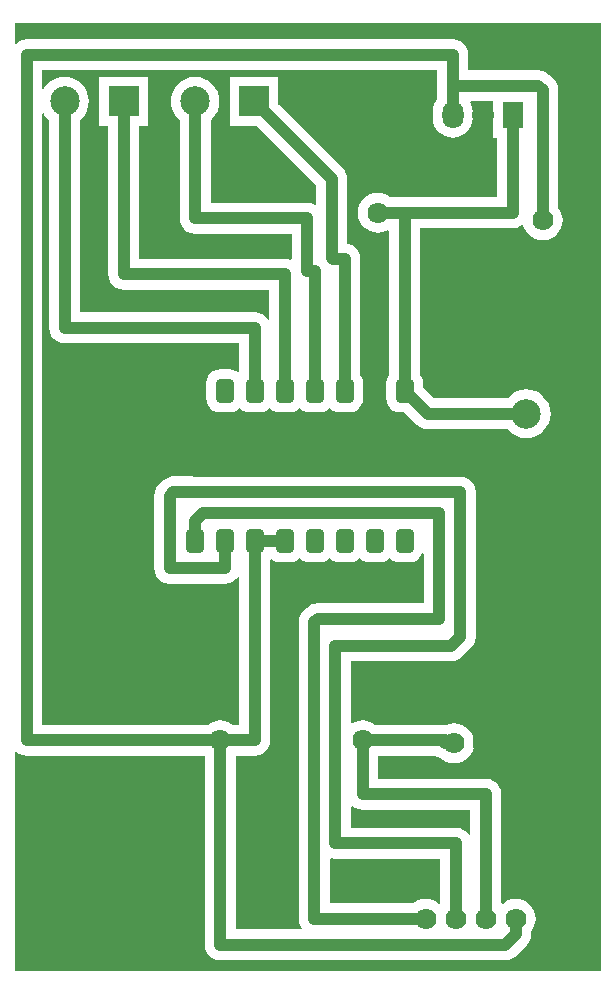
<source format=gtl>
G04 Layer_Physical_Order=1*
G04 Layer_Color=25308*
%FSLAX42Y42*%
%MOMM*%
G71*
G01*
G75*
%ADD10C,1.00*%
%ADD11O,1.78X2.29*%
%ADD12R,1.78X2.29*%
%ADD13C,1.78*%
G04:AMPARAMS|DCode=14|XSize=1.78mm|YSize=1.78mm|CornerRadius=0.44mm|HoleSize=0mm|Usage=FLASHONLY|Rotation=180.000|XOffset=0mm|YOffset=0mm|HoleType=Round|Shape=RoundedRectangle|*
%AMROUNDEDRECTD14*
21,1,1.78,0.89,0,0,180.0*
21,1,0.89,1.78,0,0,180.0*
1,1,0.89,-0.44,0.44*
1,1,0.89,0.44,0.44*
1,1,0.89,0.44,-0.44*
1,1,0.89,-0.44,-0.44*
%
%ADD14ROUNDEDRECTD14*%
%ADD15C,2.50*%
%ADD16R,2.50X2.50*%
%ADD17R,2.50X2.50*%
%ADD18R,1.52X2.03*%
G04:AMPARAMS|DCode=19|XSize=1.52mm|YSize=2.03mm|CornerRadius=0.38mm|HoleSize=0mm|Usage=FLASHONLY|Rotation=0.000|XOffset=0mm|YOffset=0mm|HoleType=Round|Shape=RoundedRectangle|*
%AMROUNDEDRECTD19*
21,1,1.52,1.27,0,0,0.0*
21,1,0.76,2.03,0,0,0.0*
1,1,0.76,0.38,-0.64*
1,1,0.76,-0.38,-0.64*
1,1,0.76,-0.38,0.64*
1,1,0.76,0.38,0.64*
%
%ADD19ROUNDEDRECTD19*%
G36*
X2668Y953D02*
Y576D01*
X3373D01*
X3386Y586D01*
X3415Y601D01*
X3447Y611D01*
X3480Y614D01*
X3513Y611D01*
X3545Y601D01*
X3574Y586D01*
X3590Y573D01*
X3603Y579D01*
Y954D01*
X2716D01*
X2682Y958D01*
X2678Y960D01*
X2668Y953D01*
D02*
G37*
G36*
X3443Y3522D02*
X3424Y3497D01*
X3400Y3478D01*
X3371Y3466D01*
X3340Y3462D01*
X3264D01*
X3233Y3466D01*
X3204Y3478D01*
X3180Y3497D01*
X3170D01*
X3146Y3478D01*
X3117Y3466D01*
X3086Y3462D01*
X3010D01*
X2979Y3466D01*
X2950Y3478D01*
X2926Y3497D01*
X2916D01*
X2892Y3478D01*
X2863Y3466D01*
X2832Y3462D01*
X2756D01*
X2725Y3466D01*
X2696Y3478D01*
X2672Y3497D01*
X2662D01*
X2638Y3478D01*
X2609Y3466D01*
X2578Y3462D01*
X2502D01*
X2471Y3466D01*
X2442Y3478D01*
X2418Y3497D01*
X2408D01*
X2384Y3478D01*
X2355Y3466D01*
X2324Y3462D01*
X2248D01*
X2217Y3466D01*
X2188Y3478D01*
X2176Y3488D01*
X2163Y3482D01*
Y1956D01*
X2159Y1922D01*
X2146Y1890D01*
X2125Y1863D01*
X2098Y1842D01*
X2066Y1829D01*
X2032Y1825D01*
X1871D01*
Y355D01*
X2427D01*
X2433Y366D01*
X2423Y379D01*
X2410Y411D01*
X2405Y445D01*
Y2955D01*
X2410Y2989D01*
X2423Y3021D01*
X2444Y3048D01*
X2444Y3048D01*
X2473Y3077D01*
X2500Y3098D01*
X2518Y3106D01*
X2531Y3111D01*
X2565Y3116D01*
X2565Y3116D01*
X3463D01*
Y3536D01*
X3450Y3539D01*
X3443Y3522D01*
D02*
G37*
G36*
X0Y8026D02*
Y7861D01*
X13Y7855D01*
X36Y7873D01*
X68Y7886D01*
X102Y7891D01*
X3708D01*
X3742Y7886D01*
X3774Y7873D01*
X3801Y7852D01*
X3822Y7825D01*
X3835Y7794D01*
X3840Y7760D01*
Y7629D01*
X4435D01*
X4435Y7629D01*
X4469Y7625D01*
X4500Y7612D01*
X4528Y7591D01*
X4563Y7555D01*
X4584Y7528D01*
X4592Y7510D01*
X4597Y7496D01*
X4602Y7463D01*
X4602Y7463D01*
Y6465D01*
X4612Y6453D01*
X4627Y6424D01*
X4637Y6392D01*
X4640Y6359D01*
X4637Y6326D01*
X4627Y6294D01*
X4612Y6264D01*
X4590Y6239D01*
X4565Y6218D01*
X4535Y6202D01*
X4504Y6192D01*
X4470Y6189D01*
X4437Y6192D01*
X4405Y6202D01*
X4376Y6218D01*
X4350Y6239D01*
X4329Y6264D01*
X4314Y6294D01*
X4307Y6315D01*
X4295Y6319D01*
X4282Y6309D01*
X4250Y6296D01*
X4216Y6291D01*
X3433D01*
Y5051D01*
X3443Y5038D01*
X3455Y5009D01*
X3459Y4978D01*
Y4943D01*
X3551Y4852D01*
X4173D01*
X4185Y4866D01*
X4216Y4892D01*
X4252Y4911D01*
X4291Y4922D01*
X4331Y4926D01*
X4371Y4922D01*
X4410Y4911D01*
X4445Y4892D01*
X4476Y4866D01*
X4502Y4835D01*
X4521Y4799D01*
X4533Y4761D01*
X4537Y4720D01*
X4533Y4680D01*
X4521Y4642D01*
X4502Y4606D01*
X4476Y4575D01*
X4445Y4549D01*
X4410Y4530D01*
X4371Y4518D01*
X4331Y4514D01*
X4291Y4518D01*
X4252Y4530D01*
X4216Y4549D01*
X4185Y4575D01*
X4173Y4589D01*
X3496D01*
X3496Y4589D01*
X3463Y4594D01*
X3449Y4599D01*
X3431Y4607D01*
X3404Y4628D01*
X3299Y4732D01*
X3264D01*
X3233Y4736D01*
X3204Y4748D01*
X3180Y4767D01*
X3161Y4792D01*
X3149Y4821D01*
X3145Y4851D01*
Y4978D01*
X3149Y5009D01*
X3161Y5038D01*
X3171Y5051D01*
Y6268D01*
X3158Y6276D01*
X3138Y6265D01*
X3107Y6256D01*
X3073Y6252D01*
X3040Y6256D01*
X3008Y6265D01*
X2979Y6281D01*
X2953Y6302D01*
X2932Y6328D01*
X2917Y6357D01*
X2907Y6389D01*
X2904Y6422D01*
X2907Y6455D01*
X2917Y6487D01*
X2932Y6516D01*
X2953Y6542D01*
X2979Y6563D01*
X3008Y6579D01*
X3040Y6589D01*
X3073Y6592D01*
X3107Y6589D01*
X3138Y6579D01*
X3168Y6563D01*
X3180Y6553D01*
X4085D01*
Y7057D01*
X4047D01*
Y7367D01*
X3864D01*
X3858Y7356D01*
X3865Y7342D01*
X3875Y7310D01*
X3878Y7277D01*
Y7226D01*
X3875Y7193D01*
X3865Y7161D01*
X3850Y7132D01*
X3828Y7106D01*
X3803Y7085D01*
X3773Y7070D01*
X3742Y7060D01*
X3708Y7057D01*
X3675Y7060D01*
X3643Y7070D01*
X3614Y7085D01*
X3588Y7106D01*
X3567Y7132D01*
X3552Y7161D01*
X3542Y7193D01*
X3539Y7226D01*
Y7277D01*
X3542Y7310D01*
X3552Y7342D01*
X3567Y7371D01*
X3577Y7384D01*
Y7629D01*
X233D01*
Y7472D01*
X245Y7468D01*
X252Y7480D01*
X277Y7512D01*
X309Y7537D01*
X344Y7556D01*
X383Y7568D01*
X423Y7572D01*
X463Y7568D01*
X502Y7556D01*
X538Y7537D01*
X569Y7512D01*
X594Y7480D01*
X613Y7445D01*
X625Y7406D01*
X629Y7366D01*
X625Y7326D01*
X613Y7287D01*
X594Y7252D01*
X569Y7220D01*
X554Y7208D01*
Y5579D01*
X2032D01*
X2066Y5575D01*
X2098Y5562D01*
X2125Y5541D01*
X2142Y5518D01*
X2155Y5523D01*
Y5770D01*
X923D01*
X889Y5775D01*
X858Y5788D01*
X830Y5809D01*
X810Y5836D01*
X796Y5868D01*
X792Y5902D01*
Y7161D01*
X718D01*
Y7571D01*
X1128D01*
Y7161D01*
X1054D01*
Y6033D01*
X2286D01*
X2320Y6028D01*
X2335Y6022D01*
X2345Y6029D01*
Y6244D01*
X1528D01*
X1494Y6249D01*
X1462Y6262D01*
X1435Y6283D01*
X1414Y6310D01*
X1401Y6341D01*
X1397Y6375D01*
Y7208D01*
X1382Y7220D01*
X1357Y7252D01*
X1338Y7287D01*
X1326Y7326D01*
X1322Y7366D01*
X1326Y7406D01*
X1338Y7445D01*
X1357Y7480D01*
X1382Y7512D01*
X1414Y7537D01*
X1449Y7556D01*
X1488Y7568D01*
X1528Y7572D01*
X1568Y7568D01*
X1607Y7556D01*
X1642Y7537D01*
X1674Y7512D01*
X1699Y7480D01*
X1718Y7445D01*
X1730Y7406D01*
X1734Y7366D01*
X1730Y7326D01*
X1718Y7287D01*
X1699Y7252D01*
X1674Y7220D01*
X1659Y7208D01*
Y6507D01*
X2476D01*
X2510Y6502D01*
X2541Y6490D01*
X2551Y6493D01*
X2553Y6495D01*
Y6655D01*
X2048Y7161D01*
X1823D01*
Y7571D01*
X2233D01*
Y7346D01*
X2777Y6802D01*
X2798Y6775D01*
X2807Y6753D01*
X2811Y6743D01*
X2816Y6710D01*
X2816Y6710D01*
Y6161D01*
X2828Y6159D01*
X2860Y6146D01*
X2887Y6125D01*
X2908Y6098D01*
X2921Y6066D01*
X2925Y6033D01*
Y5051D01*
X2935Y5038D01*
X2947Y5009D01*
X2951Y4978D01*
Y4851D01*
X2947Y4821D01*
X2935Y4792D01*
X2916Y4767D01*
X2892Y4748D01*
X2863Y4736D01*
X2832Y4732D01*
X2756D01*
X2725Y4736D01*
X2696Y4748D01*
X2672Y4767D01*
X2662D01*
X2638Y4748D01*
X2609Y4736D01*
X2578Y4732D01*
X2502D01*
X2471Y4736D01*
X2442Y4748D01*
X2418Y4767D01*
X2408D01*
X2384Y4748D01*
X2355Y4736D01*
X2324Y4732D01*
X2248D01*
X2217Y4736D01*
X2188Y4748D01*
X2164Y4767D01*
X2154D01*
X2130Y4748D01*
X2101Y4736D01*
X2070Y4732D01*
X1994D01*
X1963Y4736D01*
X1934Y4748D01*
X1910Y4767D01*
X1900D01*
X1876Y4748D01*
X1847Y4736D01*
X1816Y4732D01*
X1740D01*
X1709Y4736D01*
X1680Y4748D01*
X1656Y4767D01*
X1637Y4792D01*
X1625Y4821D01*
X1621Y4851D01*
Y4978D01*
X1625Y5009D01*
X1637Y5038D01*
X1656Y5063D01*
X1680Y5082D01*
X1709Y5093D01*
X1740Y5098D01*
X1816D01*
X1847Y5093D01*
X1876Y5082D01*
X1888Y5072D01*
X1901Y5078D01*
Y5317D01*
X423D01*
X389Y5322D01*
X358Y5335D01*
X330Y5356D01*
X310Y5383D01*
X296Y5414D01*
X292Y5448D01*
Y7208D01*
X277Y7220D01*
X252Y7252D01*
X245Y7264D01*
X233Y7260D01*
Y2087D01*
X1633D01*
X1646Y2097D01*
X1675Y2113D01*
X1707Y2122D01*
X1740Y2126D01*
X1773Y2122D01*
X1805Y2113D01*
X1834Y2097D01*
X1846Y2087D01*
X1901D01*
Y3337D01*
X1888Y3341D01*
X1871Y3319D01*
X1844Y3298D01*
X1812Y3285D01*
X1778Y3280D01*
X1311D01*
X1277Y3285D01*
X1245Y3298D01*
X1218Y3319D01*
X1197Y3346D01*
X1184Y3377D01*
X1180Y3411D01*
Y4026D01*
X1180Y4026D01*
X1184Y4060D01*
X1197Y4091D01*
X1208Y4105D01*
X1218Y4118D01*
X1218Y4118D01*
X1251Y4151D01*
X1278Y4172D01*
X1297Y4180D01*
X1310Y4185D01*
X1344Y4190D01*
X1344Y4190D01*
X3614D01*
X3614Y4190D01*
X3774D01*
X3808Y4185D01*
X3840Y4172D01*
X3867Y4151D01*
X3888Y4124D01*
X3901Y4093D01*
X3905Y4059D01*
Y2834D01*
X3905Y2834D01*
X3901Y2800D01*
X3895Y2787D01*
X3888Y2769D01*
X3867Y2742D01*
X3786Y2661D01*
X3759Y2640D01*
X3727Y2627D01*
X3693Y2623D01*
X3693Y2623D01*
X2848D01*
Y2109D01*
X2860Y2101D01*
X2881Y2113D01*
X2913Y2122D01*
X2946Y2126D01*
X2980Y2122D01*
X3011Y2113D01*
X3041Y2097D01*
X3053Y2087D01*
X3645D01*
X3654Y2086D01*
X3656Y2087D01*
X3688Y2097D01*
X3721Y2100D01*
X3754Y2097D01*
X3786Y2087D01*
X3815Y2072D01*
X3841Y2050D01*
X3862Y2025D01*
X3878Y1995D01*
X3888Y1964D01*
X3891Y1930D01*
X3888Y1897D01*
X3878Y1865D01*
X3862Y1836D01*
X3841Y1810D01*
X3815Y1789D01*
X3786Y1774D01*
X3754Y1764D01*
X3721Y1761D01*
X3688Y1764D01*
X3656Y1774D01*
X3627Y1789D01*
X3607Y1805D01*
X3579Y1817D01*
X3569Y1825D01*
X3078D01*
Y1630D01*
X3988D01*
X4022Y1625D01*
X4053Y1612D01*
X4081Y1591D01*
X4101Y1564D01*
X4114Y1533D01*
X4119Y1499D01*
Y579D01*
X4132Y573D01*
X4148Y586D01*
X4177Y601D01*
X4209Y611D01*
X4242Y614D01*
X4275Y611D01*
X4307Y601D01*
X4336Y586D01*
X4362Y565D01*
X4383Y539D01*
X4399Y509D01*
X4408Y478D01*
X4412Y445D01*
X4408Y411D01*
X4399Y380D01*
X4383Y350D01*
X4373Y338D01*
Y312D01*
X4373Y312D01*
X4368Y278D01*
X4363Y265D01*
X4355Y247D01*
X4335Y220D01*
X4246Y131D01*
X4246Y131D01*
X4232Y120D01*
X4218Y110D01*
X4187Y97D01*
X4153Y92D01*
X4153Y92D01*
X1740D01*
X1706Y97D01*
X1674Y110D01*
X1647Y131D01*
X1626Y158D01*
X1613Y190D01*
X1609Y224D01*
Y1825D01*
X102D01*
X68Y1829D01*
X36Y1842D01*
X13Y1860D01*
X0Y1855D01*
Y-0D01*
X4966D01*
X4966Y0D01*
Y8026D01*
X13D01*
X0Y8026D01*
D02*
G37*
G36*
X2848Y1395D02*
Y1216D01*
X3734D01*
X3768Y1212D01*
X3799Y1198D01*
X3827Y1178D01*
X3844Y1155D01*
X3857Y1159D01*
Y1367D01*
X2946D01*
X2912Y1372D01*
X2881Y1385D01*
X2860Y1401D01*
X2848Y1395D01*
D02*
G37*
D10*
X102Y1956D02*
Y7760D01*
X1740Y1956D02*
X102D01*
X1528Y6375D02*
Y7366D01*
X2476Y6375D02*
X1528D01*
X2476Y5933D02*
Y6375D01*
X2480Y5929D02*
X2476Y5933D01*
X2540Y5929D02*
X2480D01*
X2684Y6040D02*
Y6710D01*
X2692Y6033D02*
X2684Y6040D01*
X2794Y6033D02*
X2692D01*
X2794Y4915D02*
Y6033D01*
X3708Y7252D02*
Y7760D01*
X102D01*
X4216Y6422D02*
Y7252D01*
Y6422D02*
X3073D01*
X3962Y6678D02*
Y7252D01*
Y6678D02*
X2867D01*
X2684Y6710D02*
X2028Y7366D01*
X3302Y6422D02*
X3073D01*
X3302Y4915D02*
Y6422D01*
X2286Y5902D02*
X923D01*
X2286Y4915D02*
Y5902D01*
X923D02*
Y7366D01*
X423Y5448D02*
Y7366D01*
X2032Y5448D02*
X423D01*
X2032Y4915D02*
Y5448D01*
X3073Y5922D02*
X3048Y5897D01*
Y4915D02*
Y5897D01*
Y4681D02*
Y4915D01*
Y4681D02*
X1605D01*
X1524Y4239D02*
Y4763D01*
X3794Y4239D02*
X1524D01*
X1778Y3411D02*
Y3645D01*
Y3411D02*
X1311D01*
Y4026D01*
X4331Y4220D02*
X3867D01*
X3849Y4239D01*
X3794D01*
X3794Y4239D01*
X3774Y4059D02*
X3614D01*
X3774Y2834D02*
Y4059D01*
Y2834D02*
X3693Y2754D01*
X2716D01*
Y1085D02*
Y2754D01*
X3594Y2985D02*
Y3879D01*
Y2985D02*
X2565D01*
X2536Y2955D01*
X3614Y4059D02*
X3614Y4059D01*
X3594Y3879D02*
X1593D01*
X2536Y445D02*
Y2955D01*
X2946Y1499D02*
Y1956D01*
X3988Y1499D02*
X2946D01*
X3645Y1956D02*
X2946D01*
X3614Y4059D02*
X1344D01*
X3988Y445D02*
Y1499D01*
X3734Y1085D02*
X2716D01*
X3734Y445D02*
Y1085D01*
X3480Y445D02*
X2536D01*
X1740Y224D02*
Y1956D01*
X4153Y224D02*
X1740D01*
X2032Y1956D02*
Y3645D01*
Y1956D02*
X1740D01*
X4331Y4128D02*
X4305Y4102D01*
X4331Y4128D02*
Y4220D01*
X4712Y5859D02*
X4470D01*
X4712Y4220D02*
Y5859D01*
Y4220D02*
X4331D01*
X4435Y7498D02*
X3708D01*
X1524Y4763D02*
Y4915D01*
X1605Y4681D02*
X1524Y4763D01*
Y3645D02*
Y3810D01*
X1593Y3879D02*
X1524Y3810D01*
X4331Y4720D02*
X3496D01*
X3302Y4915D01*
X3645Y1930D02*
Y1956D01*
X1344Y4059D02*
X1311Y4026D01*
X2540Y4915D02*
Y5929D01*
X4242Y312D02*
Y445D01*
Y312D02*
X4153Y224D01*
X4470Y6359D02*
Y7463D01*
X4435Y7498D01*
X2286Y3645D02*
X2032D01*
D11*
X3708Y7252D02*
D03*
X3962D02*
D03*
D12*
X4216D02*
D03*
D13*
X1740Y1956D02*
D03*
X2946D02*
D03*
X3721Y1930D02*
D03*
X4496Y445D02*
D03*
X3988D02*
D03*
X3734D02*
D03*
X3480D02*
D03*
X4242D02*
D03*
X4470Y5859D02*
D03*
Y6359D02*
D03*
X3073Y5922D02*
D03*
Y6422D02*
D03*
D14*
X3975Y1930D02*
D03*
D15*
X4331Y4720D02*
D03*
X1528Y7366D02*
D03*
X423D02*
D03*
D16*
X4331Y4220D02*
D03*
D17*
X2028Y7366D02*
D03*
X923D02*
D03*
D18*
X1524Y4915D02*
D03*
D19*
X1778D02*
D03*
X2032D02*
D03*
X2286D02*
D03*
X3302D02*
D03*
X3048D02*
D03*
X2794D02*
D03*
X2540D02*
D03*
Y3645D02*
D03*
X2794D02*
D03*
X3048D02*
D03*
X3302D02*
D03*
X2286D02*
D03*
X2032D02*
D03*
X1778D02*
D03*
X1524D02*
D03*
M02*

</source>
